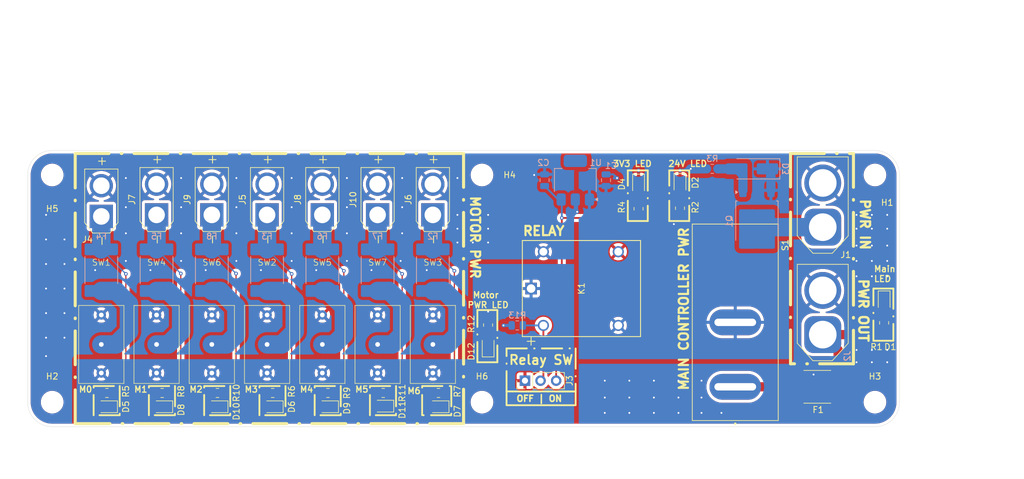
<source format=kicad_pcb>
(kicad_pcb (version 20240108) (generator "pcbnew") (generator_version "8.0")
  (layers (0 "F.Cu" signal) (31 "B.Cu" signal) (34 "B.Paste" user) (35 "F.Paste" user) (36 "B.SilkS" user "B.Silkscreen") (37 "F.SilkS" user "F.Silkscreen") (38 "B.Mask" user) (39 "F.Mask" user) (44 "Edge.Cuts" user))
  (net 0 "")
  (net 1 "Net-(D1-A)")
  (net 2 "GND")
  (net 3 "Net-(D2-A)")
  (net 4 "Net-(D3-A)")
  (net 5 "Net-(D4-A)")
  (net 6 "Net-(D5-A)")
  (net 7 "+24V")
  (net 8 "/24V_MB")
  (net 9 "+3V3")
  (net 10 "Net-(D6-A)")
  (net 11 "Net-(D7-A)")
  (net 12 "Net-(D8-A)")
  (net 13 "Net-(D9-A)")
  (net 14 "Net-(D10-A)")
  (net 15 "Net-(D11-A)")
  (net 16 "Net-(D12-A)")
  (net 17 "Net-(F1-Pad1)")
  (net 18 "Net-(SW3-B)")
  (net 19 "/24V_M6")
  (net 20 "/24V_M3")
  (net 21 "Net-(SW2-B)")
  (net 22 "/24V_M0")
  (net 23 "Net-(SW1-B)")
  (net 24 "/24V_M1")
  (net 25 "Net-(SW4-B)")
  (net 26 "Net-(SW5-B)")
  (net 27 "/24V_M4")
  (net 28 "Net-(SW7-B)")
  (net 29 "/24V_M5")
  (net 30 "Net-(SW6-B)")
  (net 31 "/24V_M2")
  (net 32 "Net-(J1-Pin_1)")
  (net 33 "/Relay_in")
  (net 34 "+24V_M")
  (footprint "MountingHole:MountingHole_3.2mm_M3" (layer "F.Cu") (at 102 41.5)
    (property "Reference" "H4")
    (property "Value" "MountingHole")
  )
  (footprint "LED_SMD:LED_0805_2012Metric" (layer "F.Cu") (at 134.25 42.9375 -90)
    (property "Reference" "D2")
    (property "Value" "LED")
  )
  (footprint "Connector_AMASS:AMASS_XT30U-M_1x02_P5.0mm_Vertical" (layer "F.Cu") (at 49 48 90)
    (property "Reference" "J7")
    (property "Value" "Motor")
  )
  (footprint "Connector_AMASS:AMASS_XT60-M_1x02_P7.20mm_Vertical" (layer "F.Cu") (at 157.5 67.5 90)
    (property "Reference" "J2")
    (property "Value" "PWR MB")
  )
  (footprint "SW_RB141C1100:SW_RB141C1100" (layer "F.Cu") (at 143.25 65.5 -90)
    (property "Reference" "S1")
    (property "Value" "RB141C1100")
  )
  (footprint "MountingHole:MountingHole_3.2mm_M3" (layer "F.Cu") (at 166 41.5)
    (property "Reference" "H1")
    (property "Value" "MountingHole")
  )
  (footprint "LED_SMD:LED_0805_2012Metric" (layer "F.Cu") (at 58.9375 79.25 180)
    (property "Reference" "D10")
    (property "Value" "LED")
  )
  (footprint "Resistor_SMD:R_0805_2012Metric" (layer "F.Cu") (at 67.9125 77 180)
    (property "Reference" "R6")
    (property "Value" "2.5K")
  )
  (footprint "switches:ANT11SECQE" (layer "F.Cu") (at 85 62.75)
    (property "Reference" "SW7")
    (property "Value" "SW_SPDT")
  )
  (footprint "Connector_AMASS:AMASS_XT60-M_1x02_P7.20mm_Vertical" (layer "F.Cu") (at 157.5 50 90)
    (property "Reference" "J1")
    (property "Value" "PWR IN")
  )
  (footprint "Connector_AMASS:AMASS_XT30U-M_1x02_P5.0mm_Vertical" (layer "F.Cu") (at 58 48 90)
    (property "Reference" "J9")
    (property "Value" "Motor")
  )
  (footprint "switches:ANT11SECQE" (layer "F.Cu") (at 94 62.75)
    (property "Reference" "SW3")
    (property "Value" "SW_SPDT")
  )
  (footprint "LED_SMD:LED_0805_2012Metric" (layer "F.Cu") (at 94.9375 79.25 180)
    (property "Reference" "D7")
    (property "Value" "LED")
  )
  (footprint "LED_SMD:LED_0805_2012Metric" (layer "F.Cu") (at 40.9375 79.25 180)
    (property "Reference" "D5")
    (property "Value" "LED")
  )
  (footprint "LED_SMD:LED_0805_2012Metric" (layer "F.Cu") (at 67.9375 79.25 180)
    (property "Reference" "D6")
    (property "Value" "LED")
  )
  (footprint "MountingHole:MountingHole_3.2mm_M3" (layer "F.Cu") (at 166 78.5)
    (property "Reference" "H3")
    (property "Value" "MountingHole")
  )
  (footprint "MountingHole:MountingHole_3.2mm_M3" (layer "F.Cu") (at 32 41.5)
    (property "Reference" "H5")
    (property "Value" "MountingHole")
  )
  (footprint "LED_SMD:LED_0805_2012Metric" (layer "F.Cu") (at 127.5 43.0625 -90)
    (property "Reference" "D4")
    (property "Value" "LED")
  )
  (footprint "LED_SMD:LED_0805_2012Metric" (layer "F.Cu") (at 76.9375 79.25 180)
    (property "Reference" "D9")
    (property "Value" "LED")
  )
  (footprint "switches:ANT11SECQE" (layer "F.Cu") (at 58 62.75)
    (property "Reference" "SW6")
    (property "Value" "SW_SPDT")
  )
  (footprint "MountingHole:MountingHole_3.2mm_M3" (layer "F.Cu") (at 32 78.5)
    (property "Reference" "H2")
    (property "Value" "MountingHole")
  )
  (footprint "MountingHole:MountingHole_3.2mm_M3" (layer "F.Cu") (at 102 78.5)
    (property "Reference" "H6")
    (property "Value" "MountingHole")
  )
  (footprint "Connector_AMASS:AMASS_XT30U-M_1x02_P5.0mm_Vertical" (layer "F.Cu") (at 76 48 90)
    (property "Reference" "J8")
    (property "Value" "Motor")
  )
  (footprint "switches:ANT11SECQE" (layer "F.Cu") (at 49 62.75)
    (property "Reference" "SW4")
    (property "Value" "SW_SPDT")
  )
  (footprint "Connector_AMASS:AMASS_XT30U-M_1x02_P5.0mm_Vertical" (layer "F.Cu") (at 67 48 90)
    (property "Reference" "J5")
    (property "Value" "Motor")
  )
  (footprint "Fuse:Fuse_2920_7451Metric" (layer "F.Cu") (at 156.6125 76)
    (property "Reference" "F1")
    (property "Value" "Fuse")
  )
  (footprint "Resistor_SMD:R_0805_2012Metric" (layer "F.Cu") (at 40.9125 77 180)
    (property "Reference" "R5")
    (property "Value" "2.5K")
  )
  (footprint "Resistor_SMD:R_0805_2012Metric" (layer "F.Cu") (at 167.5 65.5875 90)
    (property "Reference" "R1")
    (property "Value" "2.5K")
  )
  (footprint "Resistor_SMD:R_0805_2012Metric" (layer "F.Cu") (at 103 65.9375 -90)
    (property "Reference" "R12")
    (property "Value" "2.5k")
  )
  (footprint "J1071AS3VDC:RELAY5_J1071A_CRS" (layer "F.Cu") (at 110.000004 60.000001 90)
    (property "Reference" "K1")
    (property "Value" "J1071AS3VDC.36")
  )
  (footprint "Resistor_SMD:R_0805_2012Metric" (layer "F.Cu") (at 49.9125 77 180)
    (property "Reference" "R8")
    (property "Value" "2.5K")
  )
  (footprint "switches:ANT11SECQE" (layer "F.Cu") (at 67 62.75)
    (property "Reference" "SW2")
    (property "Value" "SW_SPDT")
  )
  (footprint "Connector_AMASS:AMASS_XT30U-M_1x02_P5.0mm_Vertical" (layer "F.Cu") (at 94 48 90)
    (property "Reference" "J6")
    (property "Value" "Motor")
  )
  (footprint "Resistor_SMD:R_0805_2012Metric" (layer "F.Cu") (at 127.5 47 90)
    (property "Reference" "R4")
    (property "Value" "300R")
  )
  (footprint "LED_SMD:LED_0805_2012Metric" (layer "F.Cu") (at 167.5 62.0625 -90)
    (property "Reference" "D1")
    (property "Value" "LED")
  )
  (footprint "Resistor_SMD:R_0805_2012Metric" (layer "F.Cu") (at 76.9125 77 180)
    (property "Reference" "R9")
    (property "Value" "2.5K")
  )
  (footprint "Connector_AMASS:AMASS_XT30U-M_1x02_P5.0mm_Vertical" (layer "F.Cu") (at 40 48.25 90)
    (property "Reference" "J4")
    (property "Value" "Motor")
  )
  (footprint "Resistor_SMD:R_0805_2012Metric" (layer "F.Cu") (at 94.9125 77 180)
    (property "Reference" "R7")
    (property "Value" "2.5K")
  )
  (footprint "LED_SMD:LED_0805_2012Metric" (layer "F.Cu") (at 85.9375 79.15 180)
    (property "Reference" "D11")
    (property "Value" "LED")
  )
  (footprint "switches:ANT11SECQE" (layer "F.Cu") (at 76 62.75)
    (property "Reference" "SW5")
    (property "Value" "SW_SPDT")
  )
  (footprint "Connector_AMASS:AMASS_XT30U-M_1x02_P5.0mm_Vertical" (layer "F.Cu") (at 85 48 90)
    (property "Reference" "J10")
    (property "Value" "Motor")
  )
  (footprint "switches:ANT11SECQE" (layer "F.Cu") (at 40 62.75)
    (property "Reference" "SW1")
    (property "Value" "SW_SPDT")
  )
  (footprint "Resistor_SMD:R_0805_2012Metric" (layer "F.Cu") (at 134.25 46.9125 90)
    (property "Reference" "R2")
    (property "Value" "2.5K")
  )
  (footprint "LED_SMD:LED_0805_2012Metric" (layer "F.Cu") (at 103 69.4375 90)
    (property "Reference" "D12")
    (property "Value" "LED")
  )
  (footprint "Connector_PinHeader_2.54mm:PinHeader_1x03_P2.54mm_Vertical" (layer "F.Cu") (at 109 75 90)
    (property "Reference" "J3")
    (property "Value" "Conn_01x03")
  )
  (footprint "LED_SMD:LED_0805_2012Metric" (layer "F.Cu") (at 49.9375 79.25 180)
    (property "Reference" "D8")
    (property "Value" "LED")
  )
  (footprint "Resistor_SMD:R_0805_2012Metric" (layer "F.Cu") (at 58.9125 77 180)
    (property "Reference" "R10")
    (property "Value" "2.5K")
  )
  (footprint "Resistor_SMD:R_0805_2012Metric" (layer "F.Cu") (at 85.9125 77 180)
    (property "Reference" "R11")
    (property "Value" "2.5K")
  )
  (footprint "Fuse:Fuse_2920_7451Metric" (layer "B.Cu") (at 67 57 90)
    (property "Reference" "F3")
    (property "Value" "Fuse")
  )
  (footprint "Capacitor_SMD:C_0805_2012Metric" (layer "B.Cu") (at 112.2 42.35 90)
    (property "Reference" "C2")
    (property "Value" "10uF")
  )
  (footprint "Fuse:Fuse_2920_7451Metric" (layer "B.Cu") (at 94 57 90)
    (property "Reference" "F2")
    (property "Value" "Fuse")
  )
  (footprint "Fuse:Fuse_2920_7451Metric" (layer "B.Cu") (at 40 57 90)
    (property "Reference" "F4")
    (property "Value" "Fuse")
  )
  (footprint "Fuse:Fuse_2920_7451Metric" (layer "B.Cu") (at 49 57 90)
    (property "Reference" "F5")
    (property "Value" "Fuse")
  )
  (footprint "Package_TO_SOT_SMD:SOT-223" (layer "B.Cu") (at 117.2 42.35 90)
    (property "Reference" "U1")
    (property "Value" "uA78M33")
  )
  (footprint "Fuse:Fuse_2920_7451Metric" (layer "B.Cu") (at 58 57 90)
    (property "Reference" "F8")
    (property "Value" "Fuse")
  )
  (footprint "Resistor_SMD:R_0805_2012Metric" (layer "B.Cu") (at 107.75 66 180)
    (property "Reference" "R13")
    (property "Value" "2.5k")
  )
  (footprint "Resistor_SMD:R_0805_2012Metric" (layer "B.Cu") (at 139.5 40.5 180)
    (property "Reference" "R3")
    (property "Value" "100K")
  )
  (footprint "Diode_SMD:D_SMA_Handsoldering" (layer "B.Cu") (at 146 40.5 180)
    (property "Reference" "D3")
    (property "Value" "D")
  )
  (footprint "Package_TO_SOT_SMD:TO-252-2" (layer "B.Cu") (at 146.78 49.04 -90)
    (property "Reference" "Q1")
    (property "Value" "SUD08P06-155L")
  )
  (footprint "Fuse:Fuse_2920_7451Metric" (layer "B.Cu") (at 76 57 90)
    (property "Reference" "F6")
    (property "Value" "Fuse")
  )
  (footprint "Capacitor_SMD:C_0805_2012Metric" (layer "B.Cu") (at 122.2 42.35 90)
    (property "Reference" "C1")
    (property "Value" "10uF")
  )
  (footprint "Fuse:Fuse_2920_7451Metric" (layer "B.Cu") (at 85 57 90)
    (property "Reference" "F7")
    (property "Value" "Fuse")
  )
  (gr_rect (start 101.25 63.5) (end 104.5 72) (stroke (width 0.3) (type dash_dot)) (fill none) (layer "F.SilkS"))
  (gr_rect (start 56.75 75.875) (end 61 80.625) (stroke (width 0.3) (type dash_dot)) (fill none) (layer "F.SilkS"))
  (gr_rect (start 125.75 40.75) (end 129 49) (stroke (width 0.3) (type dash_dot)) (fill none) (layer "F.SilkS"))
  (gr_rect (start 132.5 40.75) (end 135.75 49) (stroke (width 0.3) (type dash_dot)) (fill none) (layer "F.SilkS"))
  (gr_rect (start 152.25 38) (end 162.5 72.25) (stroke (width 0.5) (type dash_dot)) (fill none) (layer "F.SilkS"))
  (gr_rect (start 106 69.75) (end 117.25 76.75) (stroke (width 0.3) (type dash_dot)) (fill none) (layer "F.SilkS"))
  (gr_rect (start 35.75 38) (end 99 82) (stroke (width 0.5) (type dash_dot)) (fill none) (layer "F.SilkS"))
  (gr_rect (start 47.75 75.875) (end 52 80.625) (stroke (width 0.3) (type dash_dot)) (fill none) (layer "F.SilkS"))
  (gr_rect (start 65.75 75.875) (end 70 80.625) (stroke (width 0.3) (type dash_dot)) (fill none) (layer "F.SilkS"))
  (gr_rect (start 74.75 75.875) (end 79 80.625) (stroke (width 0.3) (type dash_dot)) (fill none) (layer "F.SilkS"))
  (gr_rect (start 83.75 75.875) (end 88 80.625) (stroke (width 0.3) (type dash_dot)) (fill none) (layer "F.SilkS"))
  (gr_rect (start 106 76.75) (end 117.25 79) (stroke (width 0.3)) (fill none) (layer "F.SilkS"))
  (gr_rect (start 38.75 75.875) (end 43 80.625) (stroke (width 0.3) (type dash_dot)) (fill none) (layer "F.SilkS"))
  (gr_rect (start 165.75 60) (end 169 68.5) (stroke (width 0.3) (type dash_dot)) (fill none) (layer "F.SilkS"))
  (gr_rect (start 92.25 75.875) (end 97 80.625) (stroke (width 0.3) (type dash_dot)) (fill none) (layer "F.SilkS"))
  (gr_arc (start 32 82.5) (mid 29.171573 81.328427) (end 28 78.5) (stroke (width 0.05)) (layer "Edge.Cuts"))
  (gr_arc (start 166 37.5) (mid 168.828427 38.671573) (end 170 41.5) (stroke (width 0.05)) (layer "Edge.Cuts"))
  (gr_line (start 28 41.5) (end 28 78.5) (stroke (width 0.05)) (layer "Edge.Cuts"))
  (gr_line (start 170 78.5) (end 170 41.5) (stroke (width 0.05)) (layer "Edge.Cuts"))
  (gr_arc (start 170 78.5) (mid 168.828427 81.328427) (end 166 82.5) (stroke (width 0.05)) (layer "Edge.Cuts"))
  (gr_line (start 166 37.5) (end 32 37.5) (stroke (width 0.05)) (layer "Edge.Cuts"))
  (gr_arc (start 28 41.5) (mid 29.171573 38.671573) (end 32 37.5) (stroke (width 0.05)) (layer "Edge.Cuts"))
  (gr_line (start 32 82.5) (end 166 82.5) (stroke (width 0.05)) (layer "Edge.Cuts"))
  (gr_text "M5" (at 81.25 77 0) (layer "F.SilkS") (effects (font (size 1 1) (thickness 0.2) (bold yes)) (justify left bottom)))
  (gr_text "M3" (at 63.25 77 0) (layer "F.SilkS") (effects (font (size 1 1) (thickness 0.2) (bold yes)) (justify left bottom)))
  (gr_text "MOTOR PWR" (at 100 44.75 270) (layer "F.SilkS") (effects (font (size 1.5 1.5) (thickness 0.35) (bold yes)) (justify left bottom)))
  (gr_text "24V LED" (at 132.25 40.25 0) (layer "F.SilkS") (effects (font (size 1 1) (thickness 0.2) (bold yes)) (justify left bottom)))
  (gr_text "Main \nLED" (at 165.75 59 0) (layer "F.SilkS") (effects (font (size 1 1) (thickness 0.2) (bold yes)) (justify left bottom)))
  (gr_text "M1" (at 45.25 77 0) (layer "F.SilkS") (effects (font (size 1 1) (thickness 0.2) (bold yes)) (justify left bottom)))
  (gr_text "3V3 LED" (at 123.25 40.25 0) (layer "F.SilkS") (effects (font (size 1 1) (thickness 0.2) (bold yes)) (justify left bottom)))
  (gr_text "OFF | ON" (at 107.5 78.5 0) (layer "F.SilkS") (effects (font (size 1 1) (thickness 0.25) (bold yes)) (justify left bottom)))
  (gr_text "MAIN CONTROLLER PWR" (at 135.75 76.75 90) (layer "F.SilkS") (effects (font (size 1.5 1.5) (thickness 0.35) (bold yes)) (justify left bottom)))
  (gr_text "M6" (at 89.75 77.25 0) (layer "F.SilkS") (effects (font (size 1 1) (thickness 0.2) (bold yes)) (justify left bottom)))
  (gr_text "M4" (at 72.25 77 0) (layer "F.SilkS") (effects (font (size 1 1) (thickness 0.2) (bold yes)) (justify left bottom)))
  (gr_text "PWR IN\n" (at 163.5 45.25 -90) (layer "F.SilkS") (effects (font (size 1.5 1.5) (thickness 0.375) (bold yes)) (justify left bottom)))
  (gr_text "Motor \nPWR LED" (at 103 63.25 0) (layer "F.SilkS") (effects (font (size 1 1) (thickness 0.2) (bold yes)) (justify bottom)))
  (gr_text "RELAY" (at 108.5 51.5 0) (layer "F.SilkS") (effects (font (size 1.5 1.5) (thickness 0.35) (bold yes)) (justify left bottom)))
  (gr_text "M0" (at 36.25 77 0) (layer "F.SilkS") (effects (font (size 1 1) (thickness 0.2) (bold yes)) (justify left bottom)))
  (gr_text "PWR OUT\n" (at 163.25 58.25 270) (layer "F.SilkS") (effects (font (size 1.5 1.5) (thickness 0.375) (bold yes)) (justify left bottom)))
  (gr_text "Relay SW" (at 106.25 72.5 0) (layer "F.SilkS") (effects (font (size 1.5 1.5) (thickness 0.3) (bold yes)) (justify left bottom)))
  (gr_text "M2" (at 54.25 77 0) (layer "F.SilkS") (effects (font (size 1 1) (thickness 0.2) (bold yes)) (justify left bottom)))
  (segment (start 167.5 63) (end 167.5 64.675) (width 0.3) (layer "F.Cu") (net 1))
  (segment (start 127.5 40.75) (end 127.5 42.125) (width 0.3) (layer "F.Cu") (net 2))
  (segment (start 134.25 42) (end 134.25 40.75) (width 0.3) (layer "F.Cu") (net 2))
  (via (at 103 48) (size 0.6) (drill 0.3) (layers "F.Cu" "B.Cu") (net 2))
  (via (at 103 52.5) (size 0.6) (drill 0.3) (layers "F.Cu" "B.Cu") (net 2))
  (via (at 31 56) (size 0.6) (drill 0.3) (layers "F.Cu" "B.Cu") (net 2))
  (via (at 53 46.75) (size 0.6) (drill 0.3) (layers "F.Cu" "B.Cu") (net 2))
  (via (at 137.75 77.75) (size 0.6) (drill 0.3) (layers "F.Cu" "B.Cu") (net 2))
  (via (at 163 55.5) (size 0.6) (drill 0.3) (layers "F.Cu" "B.Cu") (net 2))
  (via (at 75 57) (size 0.6) (drill 0.3) (layers "F.Cu" "B.Cu") (net 2))
  (via (at 163 58) (size 0.6) (drill 0.3) (layers "F.Cu" "B.Cu") (net 2))
  (via (at 98 42) (size 0.6) (drill 0.3) (layers "F.Cu" "B.Cu") (net 2))
  (via (at 165.5 53) (size 0.6) (drill 0.3) (layers "F.Cu" "B.Cu") (net 2))
  (via (at 34 64) (size 0.6) (drill 0.3) (layers "F.Cu" "B.Cu") (net 2))
  (via (at 44 55.5) (size 0.6) (drill 0.3) (layers "F.Cu" "B.Cu") (net 2))
  (via (at 130 77.75) (size 0.6) (drill 0.3) (layers "F.Cu" "B.Cu") (net 2))
  (via (at 103 50.25) (size 0.6) (drill 0.3) (layers "F.Cu" "B.Cu") (net 2))
  (via (at 98 48) (size 0.6) (drill 0.3) (layers "F.Cu" "B.Cu") (net 2))
  (via (at 34 52) (size 0.6) (drill 0.3) (layers "F.Cu" "B.Cu") (net 2))
  (via (at 39 57) (size 0.6) (drill 0.3) (layers "F.Cu" "B.Cu") (net 2))
  (via (at 44 42) (size 0.6) (drill 0.3) (layers "F.Cu" "B.Cu") (net 2))
  (via (at 134.25 40.75) (size 0.6) (drill 0.3) (layers "F.Cu" "B.Cu") (net 2))
  (via (at 168 48) (size 0.6) (drill 0.3) (layers "F.Cu" "B.Cu") (net 2))
  (via (at 100.5 48) (size 0.6) (drill 0.3) (layers "F.Cu" "B.Cu") (net 2))
  (via (at 44 46.75) (size 0.6) (drill 0.3) (layers "F.Cu" "B.Cu") (net 2))
  (via (at 165.5 55.5) (size 0.6) (drill 0.3) (layers "F.Cu" "B.Cu") (net 2))
  (via (at 122 77.75) (size 0.6) (drill 0.3) (layers "F.Cu" "B.Cu") (net 2))
  (via (at 163 48) (size 0.6) (drill 0.3) (layers "F.Cu" "B.Cu") (net 2))
  (via (at 141 80.25) (size 0.6) (drill 0.3) (layers "F.Cu" "B.Cu") (net 2))
  (via (at 126 75) (size 0.6) (drill 0.3) (layers "F.Cu" "B.Cu") (net 2))
  (via (at 168 55.5) (size 0.6) (drill 0.3) (layers "F.Cu" "B.Cu") (net 2))
  (via (at 100.5 50.25) (size 0.6) (drill 0.3) (layers "F.Cu" "B.Cu") (net 2))
  (via (at 62 42) (size 0.6) (drill 0.3) (layers "F.Cu" "B.Cu") (net 2))
  (via (at 62 46.75) (size 0.6) (drill 0.3) (layers "F.Cu" "B.Cu") (net 2))
  (via (at 137.75 75) (size 0.6) (drill 0.3) (layers "F.Cu" "B.Cu") (net 2))
  (via (at 122 80.25) (size 0.6) (drill 0.3) (layers "F.Cu" "B.Cu") (net 2))
  (via (at 31 68) (size 0.6) (drill 0.3) (layers "F.Cu" "B.Cu") (net 2))
  (via (at 124 42) (size 0.6) (drill 0.3) (layers "F.Cu" "B.Cu") (net 2))
  (via (at 100.5 52.5) (size 0.6) (drill 0.3) (layers "F.Cu" "B.Cu") (net 2))
  (via (at 126 80.25) (size 0.6) (drill 0.3) (layers "F.Cu" "B.Cu") (net 2))
  (via (at 66 57) (size 0.6) (drill 0.3) (layers "F.Cu" "B.Cu") (net 2))
  (via (at 48 57) (size 0.6) (drill 0.3) (layers "F.Cu" "B.Cu") (net 2))
  (via (at 31 64) (size 0.6) (drill 0.3) (layers "F.Cu" "B.Cu") (net 2))
  (via (at 163 70) (size 0.6) (drill 0.3) (layers "F.Cu" "B.Cu") (net 2))
  (via (at 127.5 40.75) (size 0.6) (drill 0.3) (layers "F.Cu" "B.Cu") (net 2))
  (via (at 165.5 58) (size 0.6) (drill 0.3) (layers "F.Cu" "B.Cu") (net 2))
  (via (at 136 40.5) (size 0.6) (drill 0.3) (layers "F.Cu" "B.Cu") (net 2))
  (via (at 53 51) (size 0.6) (drill 0.3) (layers "F.Cu" "B.Cu") (net 2))
  (via (at 71 42) (size 0.6) (drill 0.3) (layers "F.Cu" "B.Cu") (net 2))
  (via (at 71 51) (size 0.6) (drill 0.3) (layers "F.Cu" "B.Cu") (net 2))
  (via (at 165.5 50.25) (size 0.6) (drill 0.3) (layers "F.Cu" "B.Cu") (net 2))
  (via (at 71 46.75) (size 0.6) (drill 0.3) (layers "F.Cu" "B.Cu") (net 2))
  (via (at 168 50.25) (size 0.6) (drill 0.3) (layers "F.Cu" "B.Cu") (net 2))
  (via (at 163 72) (size 0.6) (drill 0.3) (layers "F.Cu" "B.Cu") (net 2))
  (via (at 117.5 47.5) (size 0.6) (drill 0.3) (layers "F.Cu" "B.Cu") (net 2))
  (via (at 34 68) (size 0.6) (drill 0.3) (layers "F.Cu" "B.Cu") (net 2))
  (via (at 122 75) (size 0.6) (drill 0.3) (layers "F.Cu" "B.Cu") (net 2))
  (via (at 168 53) (size 0.6) (drill 0.3) (layers "F.Cu" "B.Cu") (net 2))
  (via (at 98 50.25) (size 0.6) (drill 0.3) (layers "F.Cu" "B.Cu") (net 2))
  (via (at 80 46.75) (size 0.6) (drill 0.3) (layers "F.Cu" "B.Cu") (net 2))
  (via (at 53 55.5) (size 0.6) (drill 0.3) (layers "F.Cu" "B.Cu") (net 2))
  (via (at 44 51) (size 0.6) (drill 0.3) (layers "F.Cu" "B.Cu") (net 2))
  (via (at 31 48) (size 0.6) (drill 0.3) (layers "F.Cu" "B.Cu") (net 2))
  (via (at 110.5 41.5) (size 0.6) (drill 0.3) (layers "F.Cu" "B.Cu") (net 2))
  (via (at 163 50.25) (size 0.6) (drill 0.3) (layers "F.Cu" "B.Cu") (net 2))
  (via (at 134 80.25) (size 0.6) (drill 0.3) (layers "F.Cu" "B.Cu") (net 2))
  (via (at 165.5 70) (size 0.6) (drill 0.3) (layers "F.Cu" "B.Cu") (net 2))
  (via (at 134 77.75) (size 0.6) (drill 0.3) (layers "F.Cu" "B.Cu") (net 2))
  (via (at 137.75 80.25) (size 0.6) (drill 0.3) (layers "F.Cu" "B.Cu") (net 2))
  (via (at 84 57) (size 0.6) (drill 0.3) (layers "F.Cu" "B.Cu") (net 2))
  (via (at 168 58) (size 0.6) (drill 0.3) (layers "F.Cu" "B.Cu") (net 2))
  (via (at 62 55.5) (size 0.6) (drill 0.3) (layers "F.Cu" "B.Cu") (net 2))
  (via (at 130 80.25) (size 0.6) (drill 0.3) (layers "F.Cu" "B.Cu") (net 2))
  (via (at 57 57) (size 0.6) (drill 0.3) (layers "F.Cu" "B.Cu") (net 2))
  (via (at 105.5 66) (size 0.6) (drill 0.3) (layers "F.Cu" "B.Cu") (net 2))
  (via (at 62 51) (size 0.6) (drill 0.3) (layers "F.Cu" "B.Cu") (net 2))
  (via (at 126 77.75) (size 0.6) (drill 0.3) (layers "F.Cu" "B.Cu") (net 2))
  (via (at 31 52) (size 0.6) (drill 0.3) (layers "F.Cu" "B.Cu") (net 2))
  (via (at 134 75) (size 0.6) (drill 0.3) (layers "F.Cu" "B.Cu") (net 2))
  (via (at 156 74) (size 0.6) (drill 0.3) (layers "F.Cu" "B.Cu") (net 2))
  (via (at 168 72) (size 0.6) (drill 0.3) (layers "F.Cu" "B.Cu") (net 2))
  (via (at 89 46.75) (size 0.6) (drill 0.3) (layers "F.Cu" "B.Cu") (net 2))
  (via (at 31 60) (size 0.6) (drill 0.3) (layers "F.Cu" "B.Cu") (net 2))
  (via (at 168 70) (size 0.6) (drill 0.3) (layers "F.Cu" "B.Cu") (net 2))
  (via (at 89 42) (size 0.6) (drill 0.3) (layers "F.Cu" "B.Cu") (net 2))
  (via (at 80 51) (size 0.6) (drill 0.3) (layers "F.Cu" "B.Cu") (net 2))
  (via (at 34 56) (size 0.6) (drill 0.3) (layers "F.Cu" "B.Cu") (net 2))
  (via (at 163 53) (size 0.6) (drill 0.3) (layers "F.Cu" "B.Cu") (net 2))
  (via (at 93 57) (size 0.6) (drill 0.3) (layers "F.Cu" "B.Cu") (net 2))
  (via (at 165.5 48) (size 0.6) (drill 0.3) (layers "F.Cu" "B.Cu") (net 2))
  (via (at 80 55.5) (size 0.6) (drill 0.3) (layers "F.Cu" "B.Cu") (net 2))
  (via (at 165.5 72) (size 0.6) (drill 0.3) (layers "F.Cu" "B.Cu") (net 2))
  (via (at 88.75 55.5) (size 0.6) (drill 0.3) (layers "F.Cu" "B.Cu") (net 2))
  (via (at 98 52.5) (size 0.6) (drill 0.3) (layers "F.Cu" "B.Cu") (net 2))
  (via (at 34 60) (size 0.6) (drill 0.3) (layers "F.Cu" "B.Cu") (net 2))
  (via (at 89 51) (size 0.6) (drill 0.3) (layers "F.Cu" "B.Cu") (net 2))
  (via (at 71 55.5) (size 0.6) (drill 0.3) (layers "F.Cu" "B.Cu") (net 2))
  (via (at 31 71) (size 0.6) (drill 0.3) (layers "F.Cu" "B.Cu") (net 2))
  (via (at 130 75) (size 0.6) (drill 0.3) (layers "F.Cu" "B.Cu") (net 2))
  (via (at 80 42) (size 0.6) (drill 0.3) (layers "F.Cu" "B.Cu") (net 2))
  (via (at 53 42) (size 0.6) (drill 0.3) (layers "F.Cu" "B.Cu") (net 2))
  (segment (start 117.5 47.5) (end 117.5 45.8) (width 0.3) (layer "B.Cu") (net 2))
  (segment (start 117.5 45.8) (end 117.2 45.5) (width 0.3) (layer "B.Cu") (net 2))
  (segment (start 138.5875 40.5) (end 136 40.5) (width 1.5) (layer "B.Cu") (net 2))
  (segment (start 122.2 41.4) (end 123.4 41.4) (width 0.3) (layer "B.Cu") (net 2))
  (segment (start 110.6 41.4) (end 110.5 41.5) (width 0.3) (layer "B.Cu") (net 2))
  (segment (start 105.5 66) (end 106.8375 66) (width 0.2) (layer "B.Cu") (net 2))
  (segment (start 112.2 41.4) (end 110.6 41.4) (width 0.3) (layer "B.Cu") (net 2))
  (segment (start 123.4 41.4) (end 124 42) (width 0.3) (layer "B.Cu") (net 2))
  (segment (start 134.25 43.875) (end 134.25 46) (width 0.3) (layer "F.Cu") (net 3))
  (segment (start 143.5 40.5) (end 140.4125 40.5) (width 1.5) (layer "B.Cu") (net 4))
  (segment (start 144.5 41.5) (end 143.5 40.5) (width 1.5) (layer "B.Cu") (net 4))
  (segment (start 144.5 44) (end 144.5 41.5) (width 1.5) (layer "B.Cu") (net 4))
  (segment (start 127.5 46.0875) (end 127.5 44) (width 0.3) (layer "F.Cu") (net 5))
  (segment (start 40 79.25) (end 40 77) (width 0.3) (layer "F.Cu") (net 6))
  (segment (start 134.25 48.5) (end 134.25 47.825) (width 0.3) (layer "F.Cu") (net 7))
  (segment (start 133.25 49.5) (end 134.25 48.5) (width 0.3) (layer "F.Cu") (net 7))
  (via (at 133.25 49.5) (size 0.6) (drill 0.3) (layers "F.Cu" "B.Cu") (net 7))
  (segment (start 149.06 41.06) (end 148.5 40.5) (width 1.5) (layer "B.Cu") (net 7))
  (segment (start 149.06 44) (end 149.06 41.06) (width 1.5) (layer "B.Cu") (net 7))
  (segment (start 167.5 66.5) (end 166.5 67.5) (width 1.5) (layer "F.Cu") (net 8))
  (segment (start 166.5 67.5) (end 157.5 67.5) (width 1.5) (layer "F.Cu") (net 8))
  (segment (start 160 76) (end 160 70) (width 1.5) (layer "F.Cu") (net 8))
  (segment (start 160 70) (end 157.5 67.5) (width 1.5) (layer "F.Cu") (net 8))
  (segment (start 115 48.5) (end 126.9125 48.5) (width 0.3) (layer "F.Cu") (net 9))
  (segment (start 114.08 73.08) (end 114.08 75) (width 0.3) (layer "F.Cu") (net 9))
  (segment (start 115 48.5) (end 115 72.16) (width 0.3) (layer "F.Cu") (net 9))
  (segment (start 126.9125 48.5) (end 127.5 47.9125) (width 0.3) (layer "F.Cu") (net 9))
  (segment (start 115 72.16) (end 114.08 73.08) (width 0.3) (layer "F.Cu") (net 9))
  (via (at 115 48.5) (size 0.6) (drill 0.3) (layers "F.Cu" "B.Cu") (net 9))
  (segment (start 114.9 45.5) (end 114.4 45.5) (width 0.3) (layer "B.Cu") (net 9))
  (segment (start 115 45.6) (end 114.9 45.5) (width 0.3) (layer "B.Cu") (net 9))
  (segment (start 115 48.5) (end 115 45.6) (width 0.3) (layer "B.Cu") (net 9))
  (segment (start 114.4 45.5) (end 112.2 43.3) (width 0.3) (layer "B.Cu") (net 9))
  (segment (start 67 79.25) (end 67 77) (width 0.3) (layer "F.Cu") (net 10))
  (segment (start 94 77) (end 94 79.25) (width 0.3) (layer "F.Cu") (net 11))
  (segment (start 49 79.25) (end 49 77) (width 0.3) (layer "F.Cu") (net 12))
  (segment (start 76 79.25) (end 76 77) (width 0.2) (layer "F.Cu") (net 13))
  (segment (start 58 79.25) (end 58 77) (width 0.3) (layer "F.Cu") (net 14))
  (segment (start 85 79.15) (end 85 77) (width 0.3) (layer "F.Cu") (net 15))
  (segment (start 103 66.85) (end 103 68.5) (width 0.2) (layer "F.Cu") (net 16))
  (segment (start 153.225 76) (end 143.25 76) (width 1.5) (layer "F.Cu") (net 17))
  (segment (start 98 67.5) (end 96.4 69.1) (width 3) (layer "B.Cu") (net 18))
  (segment (start 94 60.3875) (end 95.8875 60.3875) (width 3) (layer "B.Cu") (net 18))
  (segment (start 98 62.5) (end 98 67.5) (width 3) (layer "B.Cu") (net 18))
  (segment (start 96.4 69.1) (end 94 69.1) (width 3) (layer "B.Cu") (net 18))
  (segment (start 95.8875 60.3875) (end 98 62.5) (width 3) (layer "B.Cu") (net 18))
  (segment (start 96 77) (end 97.5 75.5) (width 0.2) (layer "F.Cu") (net 19))
  (segment (start 95.825 77) (end 96 77) (width 0.2) (layer "F.Cu") (net 19))
  (segment (start 97.5 75.5) (end 97.5 57.1125) (width 0.2) (layer "F.Cu") (net 19))
  (via (at 97.5 57.1125) (size 0.6) (drill 0.3) (layers "F.Cu" "B.Cu") (net 19))
  (segment (start 94 48) (end 94 53.6125) (width 3) (layer "B.Cu") (net 19))
  (segment (start 97.5 57.1125) (end 94 53.6125) (width 0.2) (layer "B.Cu") (net 19))
  (segment (start 69 77) (end 71 75) (width 0.2) (layer "F.Cu") (net 20))
  (segment (start 71 75) (end 71 57.6125) (width 0.2) (layer "F.Cu") (net 20))
  (segment (start 68.825 77) (end 69 77) (width 0.2) (layer "F.Cu") (net 20))
  (via (at 71 57.6125) (size 0.6) (drill 0.3) (layers "F.Cu" "B.Cu") (net 20))
  (segment (start 71 57.6125) (end 67 53.6125) (width 0.2) (layer "B.Cu") (net 20))
  (segment (start 67 48) (end 67 53.6125) (width 3) (layer "B.Cu") (net 20))
  (segment (start 67 60.3875) (end 69.8875 60.3875) (width 3) (layer "B.Cu") (net 21))
  (segment (start 69.4 69.1) (end 67 69.1) (width 3) (layer "B.Cu") (net 21))
  (segment (start 71.5 67) (end 69.4 69.1) (width 3) (layer "B.Cu") (net 21))
  (segment (start 71.5 62) (end 71.5 67) (width 3) (layer "B.Cu") (net 21))
  (segment (start 69.8875 60.3875) (end 71.5 62) (width 3) (layer "B.Cu") (net 21))
  (segment (start 44 75) (end 44 57.6125) (width 0.2) (layer "F.Cu") (net 22))
  (segment (start 41.825 77) (end 42 77) (width 0.2) (layer "F.Cu") (net 22))
  (segment (start 42 77) (end 44 75) (width 0.2) (layer "F.Cu") (net 22))
  (via (at 44 57.6125) (size 0.6) (drill 0.3) (layers "F.Cu" "B.Cu") (net 22))
  (segment (start 40 48.25) (end 40 53.6125) (width 3) (layer "B.Cu") (net 22))
  (segment (start 44 57.6125) (end 40 53.6125) (width 0.2) (layer "B.Cu") (net 22))
  (segment (start 40 69.1) (end 42.4 69.1) (width 3) (layer "B.Cu") (net 23))
  (segment (start 42.4 69.1) (end 44.5 67) (width 3) (layer "B.Cu") (net 23))
  (segment (start 44.5 67) (end 44.5 62.5) (width 3) (layer "B.Cu") (net 23))
  (segment (start 44.5 62.5) (end 42.3875 60.3875) (width 3) (layer "B.Cu") (net 23))
  (segment (start 42.3875 60.3875) (end 40 60.3875) (width 3) (layer "B.Cu") (net 23))
  (segment (start 52.94375 75.05625) (end 52.94375 57.55625) (width 0.2) (layer "F.Cu") (net 24))
  (segment (start 50.825 77) (end 51 77) (width 0.2) (layer "F.Cu") (net 24))
  (segment (start 51 77) (end 52.94375 75.05625) (width 0.2) (layer "F.Cu") (net 24))
  (via (at 52.94375 57.55625) (size 0.6) (drill 0.3) (layers "F.Cu" "B.Cu") (net 24))
  (segment (start 52.94375 57.55625) (end 49 53.6125) (width 0.2) (layer "B.Cu") (net 24))
  (segment (start 49 48) (end 49 53.6125) (width 3) (layer "B.Cu") (net 24))
  (segment (start 50.8875 60.3875) (end 53 62.5) (width 3) (layer "B.Cu") (net 25))
  (segment (start 53 67) (end 50.9 69.1) (width 3) (layer "B.Cu") (net 25))
  (segment (start 50.9 69.1) (end 49 69.1) (width 3) (layer "B.Cu") (net 25))
  (segment (start 49 60.3875) (end 50.8875 60.3875) (width 3) (layer "B.Cu") (net 25))
  (segment (start 53 62.5) (end 53 67) (width 3) (layer "B.Cu") (net 25))
  (segment (start 76 60.3875) (end 76.8875 60.3875) (width 3) (layer "B.Cu") (net 26))
  (segment (start 79.5 63) (end 79.5 67.5) (width 3) (layer "B.Cu") (net 26))
  (segment (start 76.8875 60.3875) (end 79.5 63) (width 3) (layer "B.Cu") (net 26))
  (segment (start 79.5 67.5) (end 77.9 69.1) (width 3) (layer "B.Cu") (net 26))
  (segment (start 77.9 69.1) (end 76 69.1) (width 3) (layer "B.Cu") (net 26))
  (segment (start 77.825 77) (end 78 77) (width 0.2) (layer "F.Cu") (net 27))
  (segment (start 78 77) (end 79.5 75.5) (width 0.2) (layer "F.Cu") (net 27))
  (segment (start 79.5 75.5) (end 79.5 57.1125) (width 0.2) (layer "F.Cu") (net 27))
  (via (at 79.5 57.1125) (size 0.6) (drill 0.3) (layers "F.Cu" "B.Cu") (net 27))
  (segment (start 79.5 57.1125) (end 76 53.6125) (width 0.2) (layer "B.Cu") (net 27))
  (segment (start 76 48) (end 76 53.6125) (width 3) (layer "B.Cu") (net 27))
  (segment (start 85 60.3875) (end 86.8875 60.3875) (width 3) (layer "B.Cu") (net 28))
  (segment (start 89 62.5) (end 89 67.5) (width 3) (layer "B.Cu") (net 28))
  (segment (start 89 67.5) (end 87.4 69.1) (width 3) (layer "B.Cu") (net 28))
  (segment (start 86.8875 60.3875) (end 89 62.5) (width 3) (layer "B.Cu") (net 28))
  (segment (start 87.4 69.1) (end 85 69.1) (width 3) (layer "B.Cu") (net 28))
  (segment (start 89 75.5) (end 89 57.6125) (width 0.2) (layer "F.Cu") (net 29))
  (segment (start 87.5 77) (end 89 75.5) (width 0.2) (layer "F.Cu") (net 29))
  (segment (start 86.825 77) (end 87.5 77) (width 0.2) (layer "F.Cu") (net 29))
  (via (at 89 57.6125) (size 0.6) (drill 0.3) (layers "F.Cu" "B.Cu") (net 29))
  (segment (start 89 57.6125) (end 85 53.6125) (width 0.2) (layer "B.Cu") (net 29))
  (segment (start 85 48) (end 85 53.6125) (width 3) (layer "B.Cu") (net 29))
  (segment (start 58 60.3875) (end 59.3875 60.3875) (width 3) (layer "B.Cu") (net 30))
  (segment (start 60.4 69.1) (end 58 69.1) (width 3) (layer "B.Cu") (net 30))
  (segment (start 59.3875 60.3875) (end 62 63) (width 3) (layer "B.Cu") (net 30))
  (segment (start 62 67.5) (end 60.4 69.1) (width 3) (layer "B.Cu") (net 30))
  (segment (start 62 63) (end 62 67.5) (width 3) (layer "B.Cu") (net 30))
  (segment (start 59.825 77) (end 60 77) (width 0.2) (layer "F.Cu") (net 31))
  (segment (start 60 77) (end 61.94375 75.05625) (width 0.2) (layer "F.Cu") (net 31))
  (segment (start 61.94375 75.05625) (end 61.94375 57.55625) (width 0.2) (layer "F.Cu") (net 31))
  (via (at 61.94375 57.55625) (size 0.6) (drill 0.3) (layers "F.Cu" "B.Cu") (net 31))
  (segment (start 58 48) (end 58 53.6125) (width 3) (layer "B.Cu") (net 31))
  (segment (start 61.94375 57.55625) (end 58 53.6125) (width 0.2) (layer "B.Cu") (net 31))
  (segment (start 157.5 50) (end 147.08 50) (width 3) (layer "B.Cu") (net 32))
  (segment (start 147.08 50) (end 146.78 50.3) (width 3) (layer "B.Cu") (net 32))
  (segment (start 112 74.54) (end 111.54 75) (width 0.3) (layer "F.Cu") (net 33))
  (segment (start 112 66) (end 112 74.54) (width 0.3) (layer "F.Cu") (net 33))
  (segment (start 112 66) (end 108.6625 66) (width 0.3) (layer "B.Cu") (net 33))
  (segment (start 103 65.025) (end 103 63.75) (width 0.2) (layer "F.Cu") (net 34))
  (via (at 103 63.75) (size 0.6) (drill 0.3) (layers "F.Cu" "B.Cu") (net 34))
  (zone (net 2) (net_name "GND") (layers "F&B.Cu") (priority 1) (connect_pads (clearance 0.5)) (min_thickness 0.25) (fill yes (thermal_gap 0.5) (thermal_bridge_width 0.5))
    (polygon (pts (xy 23.5 25) (xy 184.5 25) (xy 184.5 91) (xy 23.5 91)))
  )
  (zone (net 7) (net_name "+24V") (layer "B.Cu") (priority 2) (connect_pads (clearance 0.75)) (min_thickness 0.25) (fill yes (thermal_gap 0.5) (thermal_bridge_width 0.5))
    (polygon (pts (xy 152 34.5) (xy 152 71.5) (xy 117.75 71.5) (xy 117.75 55.25) (xy 117.75 34.5)))
  )
  (zone (net 34) (net_name "+24V_M") (layer "B.Cu") (priority 2) (connect_pads (clearance 0.75)) (min_thickness 0.25) (fill yes (thermal_gap 0.5) (thermal_bridge_width 0.5))
    (polygon (pts (xy 117 56) (xy 117 87) (xy 97 87) (xy 51 87) (xy 36 87) (xy 36 71.5) (xy 100.5 71.5) (xy 100.5 56)))
  )
)
</source>
